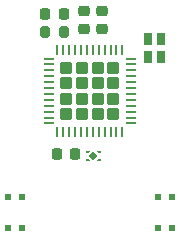
<source format=gbr>
%TF.GenerationSoftware,KiCad,Pcbnew,(6.0.0)*%
%TF.CreationDate,2022-02-03T22:20:30+01:00*%
%TF.ProjectId,ESP31_V3,45535033-315f-4563-932e-6b696361645f,rev?*%
%TF.SameCoordinates,Original*%
%TF.FileFunction,Paste,Top*%
%TF.FilePolarity,Positive*%
%FSLAX46Y46*%
G04 Gerber Fmt 4.6, Leading zero omitted, Abs format (unit mm)*
G04 Created by KiCad (PCBNEW (6.0.0)) date 2022-02-03 22:20:30*
%MOMM*%
%LPD*%
G01*
G04 APERTURE LIST*
G04 Aperture macros list*
%AMRoundRect*
0 Rectangle with rounded corners*
0 $1 Rounding radius*
0 $2 $3 $4 $5 $6 $7 $8 $9 X,Y pos of 4 corners*
0 Add a 4 corners polygon primitive as box body*
4,1,4,$2,$3,$4,$5,$6,$7,$8,$9,$2,$3,0*
0 Add four circle primitives for the rounded corners*
1,1,$1+$1,$2,$3*
1,1,$1+$1,$4,$5*
1,1,$1+$1,$6,$7*
1,1,$1+$1,$8,$9*
0 Add four rect primitives between the rounded corners*
20,1,$1+$1,$2,$3,$4,$5,0*
20,1,$1+$1,$4,$5,$6,$7,0*
20,1,$1+$1,$6,$7,$8,$9,0*
20,1,$1+$1,$8,$9,$2,$3,0*%
%AMRotRect*
0 Rectangle, with rotation*
0 The origin of the aperture is its center*
0 $1 length*
0 $2 width*
0 $3 Rotation angle, in degrees counterclockwise*
0 Add horizontal line*
21,1,$1,$2,0,0,$3*%
%AMFreePoly0*
4,1,5,0.110000,-0.125000,-0.110000,-0.125000,-0.110000,0.125000,0.360000,0.125000,0.110000,-0.125000,0.110000,-0.125000,$1*%
%AMFreePoly1*
4,1,6,0.290000,-0.055000,0.290000,-0.125000,-0.110000,-0.125000,-0.110000,0.125000,0.110000,0.125000,0.290000,-0.055000,0.290000,-0.055000,$1*%
%AMFreePoly2*
4,1,6,0.110000,-0.125000,-0.290000,-0.125000,-0.290000,-0.055000,-0.110000,0.125000,0.110000,0.125000,0.110000,-0.125000,0.110000,-0.125000,$1*%
%AMFreePoly3*
4,1,6,0.110000,-0.125000,-0.110000,-0.125000,-0.290000,0.055000,-0.290000,0.125000,0.110000,0.125000,0.110000,-0.125000,0.110000,-0.125000,$1*%
G04 Aperture macros list end*
%ADD10RoundRect,0.225000X-0.225000X-0.250000X0.225000X-0.250000X0.225000X0.250000X-0.225000X0.250000X0*%
%ADD11FreePoly0,180.000000*%
%ADD12FreePoly1,180.000000*%
%ADD13FreePoly2,180.000000*%
%ADD14FreePoly3,180.000000*%
%ADD15RotRect,0.480000X0.480000X225.000000*%
%ADD16RoundRect,0.225000X-0.250000X0.225000X-0.250000X-0.225000X0.250000X-0.225000X0.250000X0.225000X0*%
%ADD17RoundRect,0.250000X-0.285000X0.285000X-0.285000X-0.285000X0.285000X-0.285000X0.285000X0.285000X0*%
%ADD18RoundRect,0.062500X-0.062500X0.337500X-0.062500X-0.337500X0.062500X-0.337500X0.062500X0.337500X0*%
%ADD19RoundRect,0.062500X-0.337500X0.062500X-0.337500X-0.062500X0.337500X-0.062500X0.337500X0.062500X0*%
%ADD20RoundRect,0.200000X0.200000X0.275000X-0.200000X0.275000X-0.200000X-0.275000X0.200000X-0.275000X0*%
%ADD21R,0.600000X0.600000*%
%ADD22R,0.800000X1.000000*%
G04 APERTURE END LIST*
D10*
%TO.C,C2*%
X107725000Y-96500000D03*
X109275000Y-96500000D03*
%TD*%
%TO.C,C1*%
X108725000Y-108300000D03*
X110275000Y-108300000D03*
%TD*%
D11*
%TO.C,U1*%
X112340000Y-108825000D03*
D12*
X112340000Y-108175000D03*
D13*
X111260000Y-108175000D03*
D14*
X111260000Y-108825000D03*
D15*
X111800000Y-108500000D03*
%TD*%
D16*
%TO.C,C3*%
X111000000Y-96225000D03*
X111000000Y-97775000D03*
%TD*%
%TO.C,C4*%
X112500000Y-96225000D03*
X112500000Y-97775000D03*
%TD*%
D17*
%TO.C,U2*%
X113480000Y-104980000D03*
X112160000Y-102340000D03*
X112160000Y-104980000D03*
X113480000Y-103660000D03*
X113480000Y-102340000D03*
X112160000Y-103660000D03*
X110840000Y-101020000D03*
X109520000Y-103660000D03*
X112160000Y-101020000D03*
X113480000Y-101020000D03*
X110840000Y-102340000D03*
X109520000Y-102340000D03*
X109520000Y-104980000D03*
X109520000Y-101020000D03*
X110840000Y-104980000D03*
X110840000Y-103660000D03*
D18*
X114250000Y-99550000D03*
X113750000Y-99550000D03*
X113250000Y-99550000D03*
X112750000Y-99550000D03*
X112250000Y-99550000D03*
X111750000Y-99550000D03*
X111250000Y-99550000D03*
X110750000Y-99550000D03*
X110250000Y-99550000D03*
X109750000Y-99550000D03*
X109250000Y-99550000D03*
X108750000Y-99550000D03*
D19*
X108050000Y-100250000D03*
X108050000Y-100750000D03*
X108050000Y-101250000D03*
X108050000Y-101750000D03*
X108050000Y-102250000D03*
X108050000Y-102750000D03*
X108050000Y-103250000D03*
X108050000Y-103750000D03*
X108050000Y-104250000D03*
X108050000Y-104750000D03*
X108050000Y-105250000D03*
X108050000Y-105750000D03*
D18*
X108750000Y-106450000D03*
X109250000Y-106450000D03*
X109750000Y-106450000D03*
X110250000Y-106450000D03*
X110750000Y-106450000D03*
X111250000Y-106450000D03*
X111750000Y-106450000D03*
X112250000Y-106450000D03*
X112750000Y-106450000D03*
X113250000Y-106450000D03*
X113750000Y-106450000D03*
X114250000Y-106450000D03*
D19*
X114950000Y-105750000D03*
X114950000Y-105250000D03*
X114950000Y-104750000D03*
X114950000Y-104250000D03*
X114950000Y-103750000D03*
X114950000Y-103250000D03*
X114950000Y-102750000D03*
X114950000Y-102250000D03*
X114950000Y-101750000D03*
X114950000Y-101250000D03*
X114950000Y-100750000D03*
X114950000Y-100250000D03*
%TD*%
D20*
%TO.C,R1*%
X109325000Y-98000000D03*
X107675000Y-98000000D03*
%TD*%
D21*
%TO.C,SW1*%
X118456000Y-111984000D03*
X118456000Y-114584000D03*
X117256000Y-114584000D03*
X117256000Y-111984000D03*
%TD*%
%TO.C,SW2*%
X104556000Y-111984000D03*
X104556000Y-114584000D03*
X105756000Y-114584000D03*
X105756000Y-111984000D03*
%TD*%
D22*
%TO.C,D1*%
X117550000Y-98590000D03*
X116450000Y-98590000D03*
X116450000Y-100090000D03*
X117550000Y-100090000D03*
%TD*%
M02*

</source>
